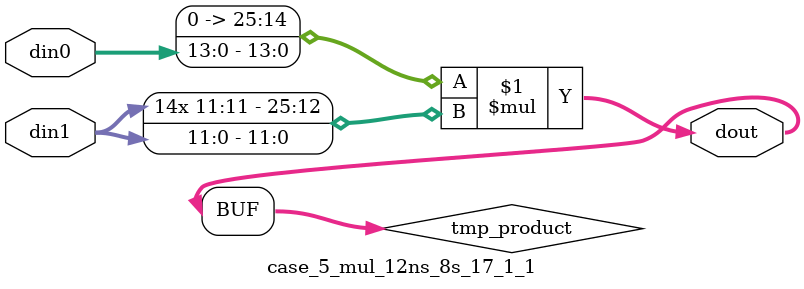
<source format=v>

`timescale 1 ns / 1 ps

 (* use_dsp = "no" *)  module case_5_mul_12ns_8s_17_1_1(din0, din1, dout);
parameter ID = 1;
parameter NUM_STAGE = 0;
parameter din0_WIDTH = 14;
parameter din1_WIDTH = 12;
parameter dout_WIDTH = 26;

input [din0_WIDTH - 1 : 0] din0; 
input [din1_WIDTH - 1 : 0] din1; 
output [dout_WIDTH - 1 : 0] dout;

wire signed [dout_WIDTH - 1 : 0] tmp_product;

























assign tmp_product = $signed({1'b0, din0}) * $signed(din1);










assign dout = tmp_product;





















endmodule

</source>
